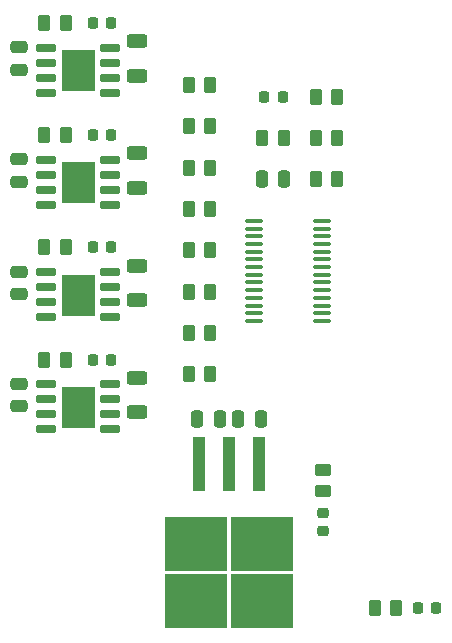
<source format=gbr>
%TF.GenerationSoftware,KiCad,Pcbnew,(6.0.9)*%
%TF.CreationDate,2023-05-03T14:40:21+10:00*%
%TF.ProjectId,Proj D,50726f6a-2044-42e6-9b69-6361645f7063,rev?*%
%TF.SameCoordinates,Original*%
%TF.FileFunction,Paste,Top*%
%TF.FilePolarity,Positive*%
%FSLAX46Y46*%
G04 Gerber Fmt 4.6, Leading zero omitted, Abs format (unit mm)*
G04 Created by KiCad (PCBNEW (6.0.9)) date 2023-05-03 14:40:21*
%MOMM*%
%LPD*%
G01*
G04 APERTURE LIST*
G04 Aperture macros list*
%AMRoundRect*
0 Rectangle with rounded corners*
0 $1 Rounding radius*
0 $2 $3 $4 $5 $6 $7 $8 $9 X,Y pos of 4 corners*
0 Add a 4 corners polygon primitive as box body*
4,1,4,$2,$3,$4,$5,$6,$7,$8,$9,$2,$3,0*
0 Add four circle primitives for the rounded corners*
1,1,$1+$1,$2,$3*
1,1,$1+$1,$4,$5*
1,1,$1+$1,$6,$7*
1,1,$1+$1,$8,$9*
0 Add four rect primitives between the rounded corners*
20,1,$1+$1,$2,$3,$4,$5,0*
20,1,$1+$1,$4,$5,$6,$7,0*
20,1,$1+$1,$6,$7,$8,$9,0*
20,1,$1+$1,$8,$9,$2,$3,0*%
G04 Aperture macros list end*
%ADD10C,0.010000*%
%ADD11RoundRect,0.006000X0.769000X0.294000X-0.769000X0.294000X-0.769000X-0.294000X0.769000X-0.294000X0*%
%ADD12R,5.250000X4.550000*%
%ADD13R,1.100000X4.600000*%
%ADD14RoundRect,0.250000X-0.250000X-0.475000X0.250000X-0.475000X0.250000X0.475000X-0.250000X0.475000X0*%
%ADD15RoundRect,0.250000X-0.262500X-0.450000X0.262500X-0.450000X0.262500X0.450000X-0.262500X0.450000X0*%
%ADD16RoundRect,0.250000X0.250000X0.475000X-0.250000X0.475000X-0.250000X-0.475000X0.250000X-0.475000X0*%
%ADD17RoundRect,0.250000X-0.625000X0.312500X-0.625000X-0.312500X0.625000X-0.312500X0.625000X0.312500X0*%
%ADD18RoundRect,0.218750X0.256250X-0.218750X0.256250X0.218750X-0.256250X0.218750X-0.256250X-0.218750X0*%
%ADD19RoundRect,0.250000X-0.475000X0.250000X-0.475000X-0.250000X0.475000X-0.250000X0.475000X0.250000X0*%
%ADD20RoundRect,0.218750X0.218750X0.256250X-0.218750X0.256250X-0.218750X-0.256250X0.218750X-0.256250X0*%
%ADD21RoundRect,0.250000X0.262500X0.450000X-0.262500X0.450000X-0.262500X-0.450000X0.262500X-0.450000X0*%
%ADD22RoundRect,0.218750X-0.218750X-0.256250X0.218750X-0.256250X0.218750X0.256250X-0.218750X0.256250X0*%
%ADD23RoundRect,0.100000X-0.637500X-0.100000X0.637500X-0.100000X0.637500X0.100000X-0.637500X0.100000X0*%
%ADD24RoundRect,0.250000X0.450000X-0.262500X0.450000X0.262500X-0.450000X0.262500X-0.450000X-0.262500X0*%
G04 APERTURE END LIST*
%TO.C,U4*%
G36*
X118605000Y-127200000D02*
G01*
X115895000Y-127200000D01*
X115895000Y-123800000D01*
X118605000Y-123800000D01*
X118605000Y-127200000D01*
G37*
D10*
X118605000Y-127200000D02*
X115895000Y-127200000D01*
X115895000Y-123800000D01*
X118605000Y-123800000D01*
X118605000Y-127200000D01*
%TO.C,U3*%
G36*
X118605000Y-117700000D02*
G01*
X115895000Y-117700000D01*
X115895000Y-114300000D01*
X118605000Y-114300000D01*
X118605000Y-117700000D01*
G37*
X118605000Y-117700000D02*
X115895000Y-117700000D01*
X115895000Y-114300000D01*
X118605000Y-114300000D01*
X118605000Y-117700000D01*
%TO.C,U2*%
G36*
X118605000Y-108200000D02*
G01*
X115895000Y-108200000D01*
X115895000Y-104800000D01*
X118605000Y-104800000D01*
X118605000Y-108200000D01*
G37*
X118605000Y-108200000D02*
X115895000Y-108200000D01*
X115895000Y-104800000D01*
X118605000Y-104800000D01*
X118605000Y-108200000D01*
%TO.C,U1*%
G36*
X118605000Y-98700000D02*
G01*
X115895000Y-98700000D01*
X115895000Y-95300000D01*
X118605000Y-95300000D01*
X118605000Y-98700000D01*
G37*
X118605000Y-98700000D02*
X115895000Y-98700000D01*
X115895000Y-95300000D01*
X118605000Y-95300000D01*
X118605000Y-98700000D01*
%TD*%
D11*
%TO.C,U4*%
X119950000Y-127405000D03*
X119950000Y-126135000D03*
X119950000Y-124865000D03*
X119950000Y-123595000D03*
X114550000Y-123595000D03*
X114550000Y-124865000D03*
X114550000Y-126135000D03*
X114550000Y-127405000D03*
%TD*%
%TO.C,U3*%
X119950000Y-117905000D03*
X119950000Y-116635000D03*
X119950000Y-115365000D03*
X119950000Y-114095000D03*
X114550000Y-114095000D03*
X114550000Y-115365000D03*
X114550000Y-116635000D03*
X114550000Y-117905000D03*
%TD*%
%TO.C,U2*%
X119950000Y-108405000D03*
X119950000Y-107135000D03*
X119950000Y-105865000D03*
X119950000Y-104595000D03*
X114550000Y-104595000D03*
X114550000Y-105865000D03*
X114550000Y-107135000D03*
X114550000Y-108405000D03*
%TD*%
%TO.C,U1*%
X119950000Y-98905000D03*
X119950000Y-97635000D03*
X119950000Y-96365000D03*
X119950000Y-95095000D03*
X114550000Y-95095000D03*
X114550000Y-96365000D03*
X114550000Y-97635000D03*
X114550000Y-98905000D03*
%TD*%
D12*
%TO.C,U10*%
X127225000Y-141925000D03*
X132775000Y-137075000D03*
X132775000Y-141925000D03*
X127225000Y-137075000D03*
D13*
X132540000Y-130350000D03*
X130000000Y-130350000D03*
X127460000Y-130350000D03*
%TD*%
D14*
%TO.C,C2*%
X130800000Y-126500000D03*
X132700000Y-126500000D03*
%TD*%
D15*
%TO.C,R23*%
X137337500Y-106250000D03*
X139162500Y-106250000D03*
%TD*%
D14*
%TO.C,C1*%
X127300000Y-126500000D03*
X129200000Y-126500000D03*
%TD*%
D16*
%TO.C,C9*%
X134700000Y-106250000D03*
X132800000Y-106250000D03*
%TD*%
D17*
%TO.C,R3*%
X122250000Y-94537500D03*
X122250000Y-97462500D03*
%TD*%
D15*
%TO.C,R14*%
X126587500Y-119250000D03*
X128412500Y-119250000D03*
%TD*%
%TO.C,R27*%
X132837500Y-102750000D03*
X134662500Y-102750000D03*
%TD*%
D18*
%TO.C,D1*%
X138000000Y-136037500D03*
X138000000Y-134462500D03*
%TD*%
D15*
%TO.C,R15*%
X126587500Y-122750000D03*
X128412500Y-122750000D03*
%TD*%
%TO.C,R12*%
X126587500Y-112250000D03*
X128412500Y-112250000D03*
%TD*%
D19*
%TO.C,C4*%
X112250000Y-104550000D03*
X112250000Y-106450000D03*
%TD*%
%TO.C,C5*%
X112250000Y-114050000D03*
X112250000Y-115950000D03*
%TD*%
D15*
%TO.C,R22*%
X137337500Y-102750000D03*
X139162500Y-102750000D03*
%TD*%
D17*
%TO.C,R4*%
X122250000Y-104037500D03*
X122250000Y-106962500D03*
%TD*%
D20*
%TO.C,D6*%
X120037500Y-121500000D03*
X118462500Y-121500000D03*
%TD*%
D15*
%TO.C,R13*%
X126587500Y-115750000D03*
X128412500Y-115750000D03*
%TD*%
D19*
%TO.C,C6*%
X112250000Y-123550000D03*
X112250000Y-125450000D03*
%TD*%
D21*
%TO.C,R25*%
X116162500Y-121500000D03*
X114337500Y-121500000D03*
%TD*%
D20*
%TO.C,D4*%
X120037500Y-102500000D03*
X118462500Y-102500000D03*
%TD*%
D17*
%TO.C,R5*%
X122250000Y-113537500D03*
X122250000Y-116462500D03*
%TD*%
D22*
%TO.C,D9*%
X145962500Y-142500000D03*
X147537500Y-142500000D03*
%TD*%
D15*
%TO.C,R24*%
X137337500Y-99250000D03*
X139162500Y-99250000D03*
%TD*%
D21*
%TO.C,R19*%
X116162500Y-93000000D03*
X114337500Y-93000000D03*
%TD*%
D15*
%TO.C,R7*%
X126587500Y-101750000D03*
X128412500Y-101750000D03*
%TD*%
D20*
%TO.C,D2*%
X120037500Y-93000000D03*
X118462500Y-93000000D03*
%TD*%
D21*
%TO.C,R20*%
X116162500Y-102500000D03*
X114337500Y-102500000D03*
%TD*%
D20*
%TO.C,D5*%
X120037500Y-112000000D03*
X118462500Y-112000000D03*
%TD*%
D15*
%TO.C,R8*%
X126587500Y-105250000D03*
X128412500Y-105250000D03*
%TD*%
%TO.C,R11*%
X126587500Y-108750000D03*
X128412500Y-108750000D03*
%TD*%
D20*
%TO.C,D8*%
X134537500Y-99250000D03*
X132962500Y-99250000D03*
%TD*%
D21*
%TO.C,R29*%
X144162500Y-142500000D03*
X142337500Y-142500000D03*
%TD*%
D23*
%TO.C,U8*%
X132137500Y-109775000D03*
X132137500Y-110425000D03*
X132137500Y-111075000D03*
X132137500Y-111725000D03*
X132137500Y-112375000D03*
X132137500Y-113025000D03*
X132137500Y-113675000D03*
X132137500Y-114325000D03*
X132137500Y-114975000D03*
X132137500Y-115625000D03*
X132137500Y-116275000D03*
X132137500Y-116925000D03*
X132137500Y-117575000D03*
X132137500Y-118225000D03*
X137862500Y-118225000D03*
X137862500Y-117575000D03*
X137862500Y-116925000D03*
X137862500Y-116275000D03*
X137862500Y-115625000D03*
X137862500Y-114975000D03*
X137862500Y-114325000D03*
X137862500Y-113675000D03*
X137862500Y-113025000D03*
X137862500Y-112375000D03*
X137862500Y-111725000D03*
X137862500Y-111075000D03*
X137862500Y-110425000D03*
X137862500Y-109775000D03*
%TD*%
D21*
%TO.C,R21*%
X116162500Y-112000000D03*
X114337500Y-112000000D03*
%TD*%
D15*
%TO.C,R2*%
X126587500Y-98250000D03*
X128412500Y-98250000D03*
%TD*%
D24*
%TO.C,R18*%
X138000000Y-132662500D03*
X138000000Y-130837500D03*
%TD*%
D19*
%TO.C,C3*%
X112250000Y-95050000D03*
X112250000Y-96950000D03*
%TD*%
D17*
%TO.C,R6*%
X122250000Y-123037500D03*
X122250000Y-125962500D03*
%TD*%
M02*

</source>
